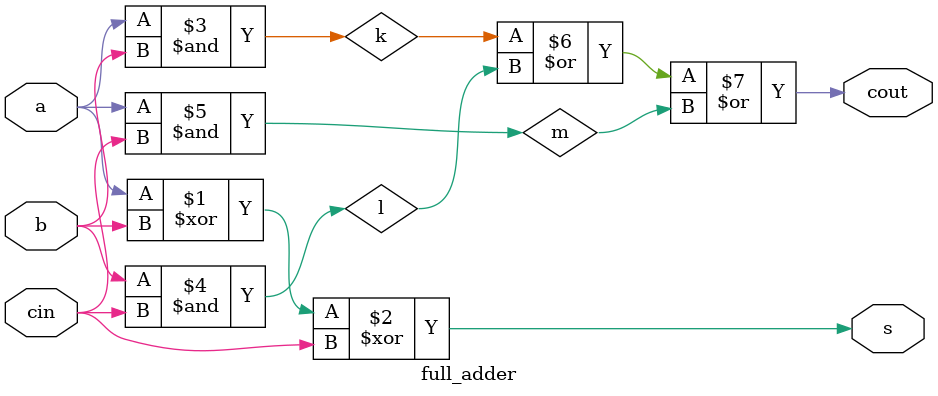
<source format=v>
`timescale 1ns / 1ps

module full_adder(a,b,cin,s,cout);
input a,b,cin;
output s,cout;
wire k,l,m;

xor g1(s,a,b,cin);
and g2(k,a,b);
and g3(l,b,cin);
and g4(m,a,cin);
or g5(cout,k,l,m);
endmodule

</source>
